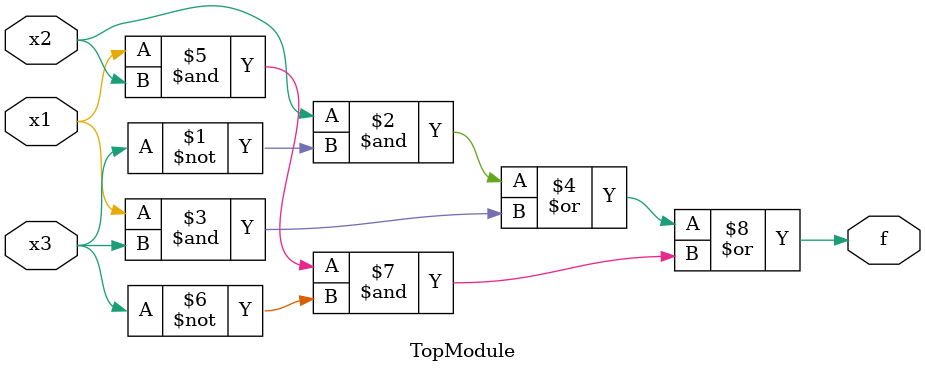
<source format=sv>
module TopModule (
    input wire x3,  // 1-bit input signal
    input wire x2,  // 1-bit input signal
    input wire x1,  // 1-bit input signal
    output wire f   // 1-bit output signal
);

// Implementation
assign f = (x2 & ~x3) | (x1 & x3) | (x1 & x2 & ~x3);

endmodule
</source>
